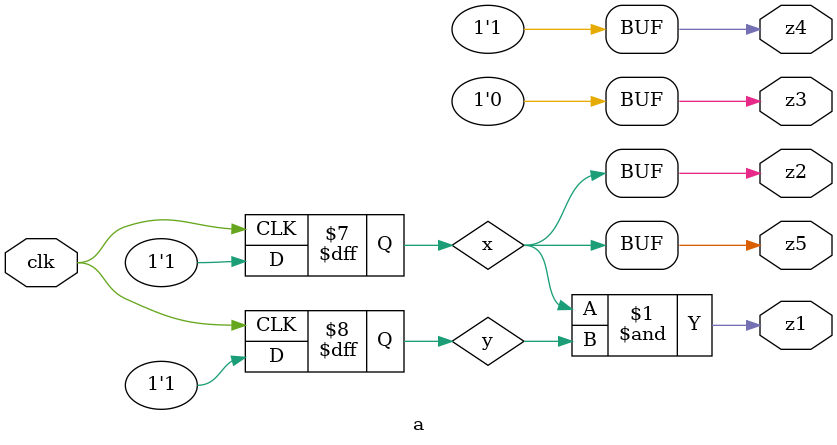
<source format=v>
module a (clk, z1, z2, z3, z4, z5);
input clk;
output z1, z2, z3, z4, z5;

reg x;
reg y;

assign z1 = x & y;
assign z2 = x & 1'b1;
assign z3 = x & 1'b0;
assign z4 = x | 1'b1;
assign z5 = x | 1'b0;

always @(posedge clk) begin
      x <= 1'b1;
      y <= 1'd1;
end
endmodule


</source>
